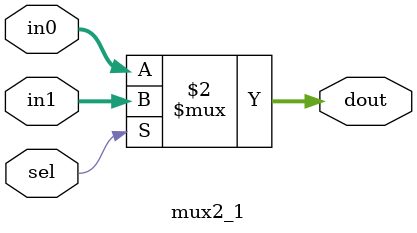
<source format=v>
`timescale 1ns/1ps

module mux2_1(
    output wire [9:0] dout,
    input wire [9:0] in0,
    input wire [9:0] in1,
    input wire sel
);

assign dout = (sel == 0) ? in0 : in1;

endmodule
</source>
